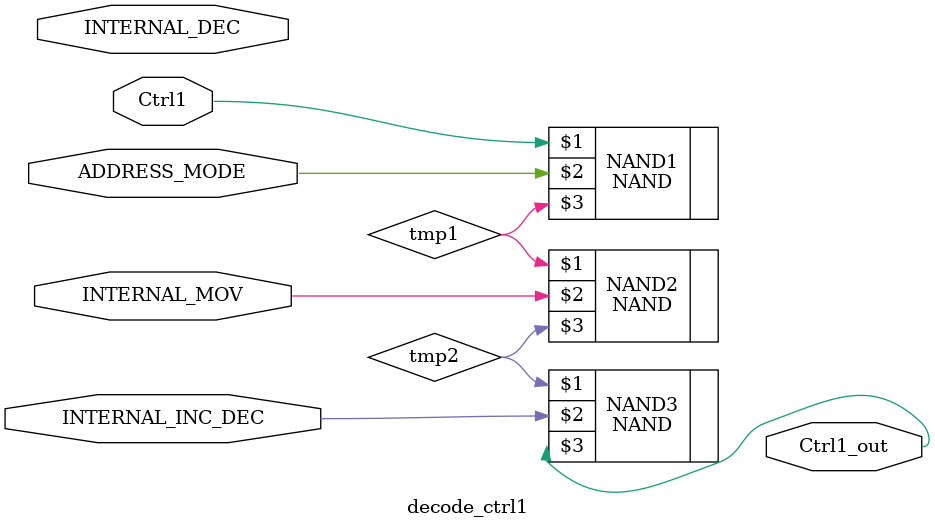
<source format=v>
module decode_ctrl1(Ctrl1,INTERNAL_MOV,ADDRESS_MODE,INTERNAL_INC_DEC,INTERNAL_DEC,Ctrl1_out);
    input Ctrl1,INTERNAL_MOV,ADDRESS_MODE,INTERNAL_INC_DEC,INTERNAL_DEC;
    output Ctrl1_out;
    wire tmp1,tmp2;
    NAND NAND1(Ctrl1,ADDRESS_MODE,tmp1);
    NAND NAND2(tmp1,INTERNAL_MOV,tmp2);
    NAND NAND3(tmp2,INTERNAL_INC_DEC,Ctrl1_out);
endmodule
</source>
